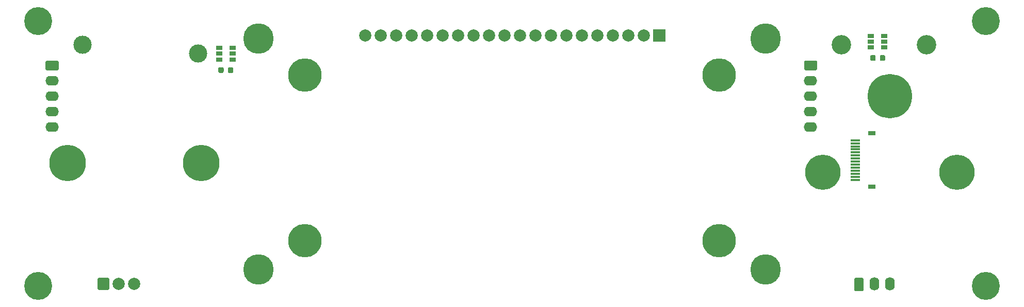
<source format=gbr>
%TF.GenerationSoftware,KiCad,Pcbnew,5.1.9-73d0e3b20d~88~ubuntu18.04.1*%
%TF.CreationDate,2021-01-03T17:57:53+01:00*%
%TF.ProjectId,ss_frontpanel_inner_plate,73735f66-726f-46e7-9470-616e656c5f69,rev?*%
%TF.SameCoordinates,Original*%
%TF.FileFunction,Soldermask,Top*%
%TF.FilePolarity,Negative*%
%FSLAX46Y46*%
G04 Gerber Fmt 4.6, Leading zero omitted, Abs format (unit mm)*
G04 Created by KiCad (PCBNEW 5.1.9-73d0e3b20d~88~ubuntu18.04.1) date 2021-01-03 17:57:53*
%MOMM*%
%LPD*%
G01*
G04 APERTURE LIST*
%ADD10C,3.000000*%
%ADD11O,2.200000X1.600000*%
%ADD12C,2.000000*%
%ADD13C,6.000000*%
%ADD14C,5.800000*%
%ADD15C,7.300000*%
%ADD16C,3.200000*%
%ADD17O,1.600000X2.200000*%
%ADD18C,5.500000*%
%ADD19C,5.000000*%
%ADD20R,2.000000X2.000000*%
%ADD21C,4.600000*%
%ADD22R,1.200000X0.800000*%
%ADD23R,1.600000X0.300000*%
%ADD24R,1.060000X0.650000*%
G04 APERTURE END LIST*
D10*
%TO.C,ASM1*%
X79500000Y-56500000D03*
X98500000Y-58000000D03*
D11*
X74500000Y-65000000D03*
X74500000Y-62460000D03*
G36*
G01*
X75600000Y-59320000D02*
X75600000Y-60520000D01*
G75*
G02*
X75400000Y-60720000I-200000J0D01*
G01*
X73600000Y-60720000D01*
G75*
G02*
X73400000Y-60520000I0J200000D01*
G01*
X73400000Y-59320000D01*
G75*
G02*
X73600000Y-59120000I200000J0D01*
G01*
X75400000Y-59120000D01*
G75*
G02*
X75600000Y-59320000I0J-200000D01*
G01*
G37*
X74500000Y-70080000D03*
X74500000Y-67540000D03*
G36*
G01*
X83920000Y-95090000D02*
X83920000Y-96690000D01*
G75*
G02*
X83720000Y-96890000I-200000J0D01*
G01*
X82120000Y-96890000D01*
G75*
G02*
X81920000Y-96690000I0J200000D01*
G01*
X81920000Y-95090000D01*
G75*
G02*
X82120000Y-94890000I200000J0D01*
G01*
X83720000Y-94890000D01*
G75*
G02*
X83920000Y-95090000I0J-200000D01*
G01*
G37*
D12*
X85460000Y-95890000D03*
X88000000Y-95890000D03*
D13*
X77000000Y-76000000D03*
X99000000Y-76000000D03*
%TD*%
D14*
%TO.C,ASM2*%
X223000000Y-77500000D03*
D15*
X212000000Y-65000000D03*
D16*
X218000000Y-56500000D03*
X204000000Y-56500000D03*
D11*
X199000000Y-65000000D03*
X199000000Y-62460000D03*
G36*
G01*
X200100000Y-59320000D02*
X200100000Y-60520000D01*
G75*
G02*
X199900000Y-60720000I-200000J0D01*
G01*
X198100000Y-60720000D01*
G75*
G02*
X197900000Y-60520000I0J200000D01*
G01*
X197900000Y-59320000D01*
G75*
G02*
X198100000Y-59120000I200000J0D01*
G01*
X199900000Y-59120000D01*
G75*
G02*
X200100000Y-59320000I0J-200000D01*
G01*
G37*
X199000000Y-67540000D03*
X199000000Y-70080000D03*
D14*
X201000000Y-77500000D03*
D17*
X212000000Y-95890000D03*
X209460000Y-95890000D03*
G36*
G01*
X207720000Y-95100000D02*
X207720000Y-96900000D01*
G75*
G02*
X207520000Y-97100000I-200000J0D01*
G01*
X206320000Y-97100000D01*
G75*
G02*
X206120000Y-96900000I0J200000D01*
G01*
X206120000Y-95100000D01*
G75*
G02*
X206320000Y-94900000I200000J0D01*
G01*
X207520000Y-94900000D01*
G75*
G02*
X207720000Y-95100000I0J-200000D01*
G01*
G37*
%TD*%
D18*
%TO.C,OLED1*%
X116000000Y-88800000D03*
X184000000Y-88800000D03*
X116000000Y-61500000D03*
X184000000Y-61500000D03*
D19*
X191600000Y-55500000D03*
X191600000Y-93500000D03*
X108400000Y-93500000D03*
X108400000Y-55500000D03*
D12*
X125870000Y-55000000D03*
X128410000Y-55000000D03*
X130950000Y-55000000D03*
X133490000Y-55000000D03*
X136030000Y-55000000D03*
X138570000Y-55000000D03*
X141110000Y-55000000D03*
X143650000Y-55000000D03*
X146190000Y-55000000D03*
X148730000Y-55000000D03*
X151270000Y-55000000D03*
X153810000Y-55000000D03*
X156350000Y-55000000D03*
X158890000Y-55000000D03*
X161430000Y-55000000D03*
X163970000Y-55000000D03*
X166510000Y-55000000D03*
X169050000Y-55000000D03*
X171590000Y-55000000D03*
D20*
X174130000Y-55000000D03*
%TD*%
D21*
%TO.C,H4*%
X72250000Y-52670000D03*
%TD*%
%TO.C,H3*%
X227750000Y-52670000D03*
%TD*%
%TO.C,H2*%
X227750000Y-96200000D03*
%TD*%
%TO.C,H1*%
X72250000Y-96200000D03*
%TD*%
D22*
%TO.C,J3*%
X209000000Y-71100000D03*
X209000000Y-79900000D03*
D23*
X206300000Y-72250000D03*
X206300000Y-72750000D03*
X206300000Y-73250000D03*
X206300000Y-73750000D03*
X206300000Y-74250000D03*
X206300000Y-74750000D03*
X206300000Y-75250000D03*
X206300000Y-75750000D03*
X206300000Y-76250000D03*
X206300000Y-76750000D03*
X206300000Y-77250000D03*
X206300000Y-77750000D03*
X206300000Y-78250000D03*
X206300000Y-78750000D03*
%TD*%
D24*
%TO.C,U2*%
X211100000Y-56000000D03*
X211100000Y-55050000D03*
X211100000Y-56950000D03*
X208900000Y-56950000D03*
X208900000Y-56000000D03*
X208900000Y-55050000D03*
%TD*%
%TO.C,U1*%
X104100000Y-58000000D03*
X104100000Y-57050000D03*
X104100000Y-58950000D03*
X101900000Y-58950000D03*
X101900000Y-58000000D03*
X101900000Y-57050000D03*
%TD*%
%TO.C,C9*%
G36*
G01*
X209650000Y-58443750D02*
X209650000Y-58956250D01*
G75*
G02*
X209431250Y-59175000I-218750J0D01*
G01*
X208993750Y-59175000D01*
G75*
G02*
X208775000Y-58956250I0J218750D01*
G01*
X208775000Y-58443750D01*
G75*
G02*
X208993750Y-58225000I218750J0D01*
G01*
X209431250Y-58225000D01*
G75*
G02*
X209650000Y-58443750I0J-218750D01*
G01*
G37*
G36*
G01*
X211225000Y-58443750D02*
X211225000Y-58956250D01*
G75*
G02*
X211006250Y-59175000I-218750J0D01*
G01*
X210568750Y-59175000D01*
G75*
G02*
X210350000Y-58956250I0J218750D01*
G01*
X210350000Y-58443750D01*
G75*
G02*
X210568750Y-58225000I218750J0D01*
G01*
X211006250Y-58225000D01*
G75*
G02*
X211225000Y-58443750I0J-218750D01*
G01*
G37*
%TD*%
%TO.C,C8*%
G36*
G01*
X102650000Y-60443750D02*
X102650000Y-60956250D01*
G75*
G02*
X102431250Y-61175000I-218750J0D01*
G01*
X101993750Y-61175000D01*
G75*
G02*
X101775000Y-60956250I0J218750D01*
G01*
X101775000Y-60443750D01*
G75*
G02*
X101993750Y-60225000I218750J0D01*
G01*
X102431250Y-60225000D01*
G75*
G02*
X102650000Y-60443750I0J-218750D01*
G01*
G37*
G36*
G01*
X104225000Y-60443750D02*
X104225000Y-60956250D01*
G75*
G02*
X104006250Y-61175000I-218750J0D01*
G01*
X103568750Y-61175000D01*
G75*
G02*
X103350000Y-60956250I0J218750D01*
G01*
X103350000Y-60443750D01*
G75*
G02*
X103568750Y-60225000I218750J0D01*
G01*
X104006250Y-60225000D01*
G75*
G02*
X104225000Y-60443750I0J-218750D01*
G01*
G37*
%TD*%
M02*

</source>
